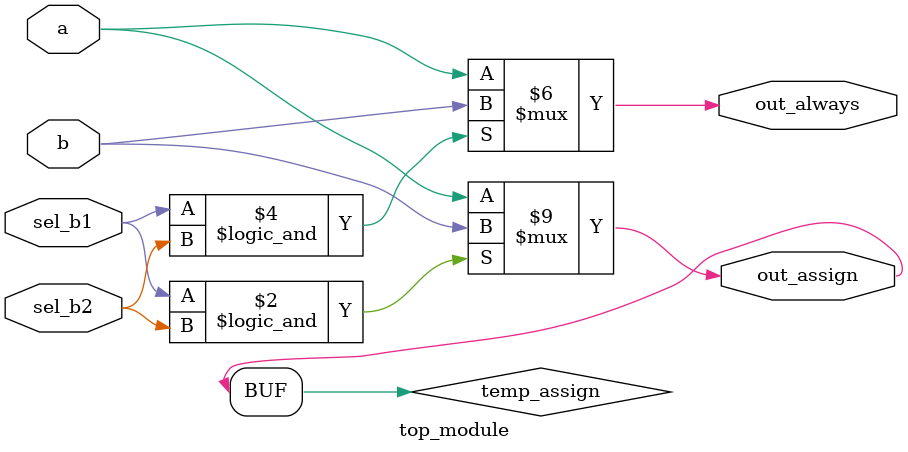
<source format=sv>
module top_module (
  input a,
  input b,
  input sel_b1,
  input sel_b2,
  output out_assign,
  output reg out_always
);

  reg temp_assign;

  always @(*) begin
    if (sel_b1 && sel_b2)
      temp_assign = b;
    else
      temp_assign = a;
  end

  assign out_assign = temp_assign;

  always @(a, b, sel_b1, sel_b2) begin
    if (sel_b1 && sel_b2)
      out_always = b;
    else
      out_always = a;
  end

endmodule

</source>
